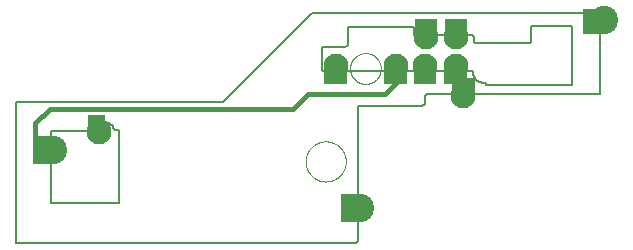
<source format=gbl>
G75*
%MOIN*%
%OFA0B0*%
%FSLAX25Y25*%
%IPPOS*%
%LPD*%
%AMOC8*
5,1,8,0,0,1.08239X$1,22.5*
%
%ADD10C,0.00500*%
%ADD11C,0.00000*%
%ADD12R,0.06298X0.06298*%
%ADD13R,0.05118X0.05118*%
%ADD14C,0.09449*%
%ADD15C,0.08268*%
%ADD16C,0.01600*%
D10*
X0042959Y0002747D02*
X0042959Y0049692D01*
X0112113Y0049692D01*
X0141821Y0079399D01*
X0237843Y0079399D01*
X0237843Y0052623D01*
X0180234Y0052623D01*
X0180178Y0052621D01*
X0180123Y0052615D01*
X0180068Y0052605D01*
X0180013Y0052591D01*
X0179960Y0052574D01*
X0179909Y0052552D01*
X0179859Y0052527D01*
X0179811Y0052499D01*
X0179765Y0052467D01*
X0179721Y0052432D01*
X0179680Y0052394D01*
X0179642Y0052353D01*
X0179607Y0052309D01*
X0179575Y0052263D01*
X0179547Y0052215D01*
X0179522Y0052165D01*
X0179500Y0052114D01*
X0179483Y0052061D01*
X0179469Y0052006D01*
X0179459Y0051951D01*
X0179453Y0051896D01*
X0179451Y0051840D01*
X0179451Y0049948D01*
X0179449Y0049878D01*
X0179443Y0049809D01*
X0179434Y0049739D01*
X0179421Y0049671D01*
X0179404Y0049603D01*
X0179383Y0049536D01*
X0179359Y0049471D01*
X0179332Y0049406D01*
X0179301Y0049344D01*
X0179266Y0049283D01*
X0179229Y0049224D01*
X0179188Y0049167D01*
X0179144Y0049113D01*
X0179098Y0049061D01*
X0179048Y0049011D01*
X0178996Y0048965D01*
X0178942Y0048921D01*
X0178885Y0048880D01*
X0178826Y0048843D01*
X0178765Y0048808D01*
X0178703Y0048777D01*
X0178638Y0048750D01*
X0178573Y0048726D01*
X0178506Y0048705D01*
X0178438Y0048688D01*
X0178370Y0048675D01*
X0178300Y0048666D01*
X0178231Y0048660D01*
X0178161Y0048658D01*
X0157132Y0048658D01*
X0157132Y0004322D01*
X0157130Y0004245D01*
X0157124Y0004168D01*
X0157115Y0004091D01*
X0157102Y0004015D01*
X0157085Y0003939D01*
X0157064Y0003865D01*
X0157040Y0003791D01*
X0157012Y0003719D01*
X0156981Y0003649D01*
X0156946Y0003580D01*
X0156908Y0003512D01*
X0156867Y0003447D01*
X0156822Y0003384D01*
X0156774Y0003323D01*
X0156724Y0003264D01*
X0156671Y0003208D01*
X0156615Y0003155D01*
X0156556Y0003105D01*
X0156495Y0003057D01*
X0156432Y0003012D01*
X0156367Y0002971D01*
X0156299Y0002933D01*
X0156230Y0002898D01*
X0156160Y0002867D01*
X0156088Y0002839D01*
X0156014Y0002815D01*
X0155940Y0002794D01*
X0155864Y0002777D01*
X0155788Y0002764D01*
X0155711Y0002755D01*
X0155634Y0002749D01*
X0155557Y0002747D01*
X0042959Y0002747D01*
X0054770Y0016330D02*
X0054770Y0040240D01*
X0067642Y0040240D01*
X0068062Y0040500D01*
X0068362Y0040959D01*
X0068661Y0041339D01*
X0068921Y0041599D01*
X0069221Y0041899D01*
X0069521Y0042098D01*
X0069902Y0042327D01*
X0070213Y0042506D01*
X0070642Y0042737D01*
X0070981Y0042908D01*
X0071280Y0043049D01*
X0071689Y0043178D01*
X0071999Y0043198D01*
X0072359Y0043178D01*
X0072619Y0043138D01*
X0072859Y0043078D01*
X0073198Y0042978D01*
X0073618Y0042818D01*
X0073938Y0042718D01*
X0074298Y0042538D01*
X0074638Y0042298D01*
X0074917Y0042038D01*
X0075217Y0041759D01*
X0075397Y0041479D01*
X0075517Y0041339D01*
X0075717Y0040999D01*
X0076029Y0040542D01*
X0077211Y0040542D01*
X0077211Y0016330D01*
X0054770Y0016330D01*
X0145604Y0060222D02*
X0194639Y0060222D01*
X0194642Y0060225D01*
X0194940Y0060224D01*
X0195191Y0060220D01*
X0195193Y0060094D01*
X0195199Y0059969D01*
X0195209Y0059843D01*
X0195223Y0059719D01*
X0195240Y0059594D01*
X0195262Y0059470D01*
X0195287Y0059347D01*
X0195317Y0059225D01*
X0195350Y0059104D01*
X0195387Y0058984D01*
X0195428Y0058865D01*
X0195472Y0058747D01*
X0195520Y0058631D01*
X0195572Y0058516D01*
X0195627Y0058404D01*
X0195686Y0058293D01*
X0195748Y0058183D01*
X0195814Y0058076D01*
X0195883Y0057971D01*
X0195955Y0057868D01*
X0196031Y0057768D01*
X0196109Y0057670D01*
X0196191Y0057574D01*
X0196275Y0057481D01*
X0196363Y0057391D01*
X0196453Y0057303D01*
X0196546Y0057219D01*
X0196642Y0057137D01*
X0196740Y0057059D01*
X0196840Y0056983D01*
X0196943Y0056911D01*
X0197048Y0056842D01*
X0197155Y0056776D01*
X0197265Y0056714D01*
X0197376Y0056655D01*
X0197488Y0056600D01*
X0197603Y0056548D01*
X0197719Y0056500D01*
X0197837Y0056456D01*
X0197956Y0056415D01*
X0198076Y0056378D01*
X0198197Y0056345D01*
X0198319Y0056315D01*
X0198442Y0056290D01*
X0198566Y0056268D01*
X0198691Y0056251D01*
X0198815Y0056237D01*
X0198941Y0056227D01*
X0199066Y0056221D01*
X0199192Y0056219D01*
X0199712Y0056219D01*
X0199712Y0055420D01*
X0227793Y0055420D01*
X0227845Y0055422D01*
X0227897Y0055428D01*
X0227948Y0055437D01*
X0227998Y0055451D01*
X0228047Y0055468D01*
X0228095Y0055489D01*
X0228141Y0055513D01*
X0228185Y0055541D01*
X0228226Y0055572D01*
X0228266Y0055606D01*
X0228302Y0055642D01*
X0228336Y0055682D01*
X0228367Y0055723D01*
X0228395Y0055768D01*
X0228419Y0055813D01*
X0228440Y0055861D01*
X0228457Y0055910D01*
X0228471Y0055960D01*
X0228480Y0056011D01*
X0228486Y0056063D01*
X0228488Y0056115D01*
X0228489Y0056115D02*
X0228489Y0075053D01*
X0228342Y0075053D01*
X0214668Y0075053D01*
X0214668Y0070491D01*
X0214666Y0070425D01*
X0214660Y0070360D01*
X0214651Y0070295D01*
X0214638Y0070231D01*
X0214621Y0070168D01*
X0214600Y0070106D01*
X0214576Y0070045D01*
X0214548Y0069985D01*
X0214517Y0069928D01*
X0214483Y0069872D01*
X0214445Y0069818D01*
X0214404Y0069767D01*
X0214361Y0069718D01*
X0214314Y0069671D01*
X0214265Y0069628D01*
X0214214Y0069587D01*
X0214160Y0069549D01*
X0214105Y0069515D01*
X0214047Y0069484D01*
X0213987Y0069456D01*
X0213926Y0069432D01*
X0213864Y0069411D01*
X0213801Y0069394D01*
X0213737Y0069381D01*
X0213672Y0069372D01*
X0213607Y0069366D01*
X0213541Y0069364D01*
X0196794Y0069364D01*
X0196731Y0069366D01*
X0196669Y0069371D01*
X0196607Y0069380D01*
X0196546Y0069393D01*
X0196485Y0069409D01*
X0196426Y0069429D01*
X0196367Y0069452D01*
X0196311Y0069479D01*
X0196256Y0069508D01*
X0196202Y0069541D01*
X0196151Y0069577D01*
X0196102Y0069616D01*
X0196055Y0069658D01*
X0196011Y0069702D01*
X0195969Y0069749D01*
X0195930Y0069798D01*
X0195894Y0069849D01*
X0195861Y0069903D01*
X0195832Y0069958D01*
X0195805Y0070014D01*
X0195782Y0070073D01*
X0195762Y0070132D01*
X0195746Y0070193D01*
X0195733Y0070254D01*
X0195724Y0070316D01*
X0195719Y0070378D01*
X0195717Y0070441D01*
X0195717Y0071468D01*
X0195715Y0071522D01*
X0195709Y0071577D01*
X0195700Y0071630D01*
X0195686Y0071683D01*
X0195669Y0071735D01*
X0195648Y0071785D01*
X0195624Y0071834D01*
X0195596Y0071881D01*
X0195565Y0071925D01*
X0195531Y0071968D01*
X0195494Y0072008D01*
X0195454Y0072045D01*
X0195411Y0072079D01*
X0195367Y0072110D01*
X0195320Y0072138D01*
X0195271Y0072162D01*
X0195221Y0072183D01*
X0195169Y0072200D01*
X0195116Y0072214D01*
X0195063Y0072223D01*
X0195008Y0072229D01*
X0194954Y0072231D01*
X0175727Y0072231D01*
X0175727Y0074918D01*
X0153779Y0074918D01*
X0153779Y0069576D01*
X0153777Y0069506D01*
X0153771Y0069436D01*
X0153762Y0069366D01*
X0153749Y0069298D01*
X0153732Y0069230D01*
X0153711Y0069163D01*
X0153687Y0069097D01*
X0153659Y0069032D01*
X0153628Y0068969D01*
X0153594Y0068908D01*
X0153556Y0068849D01*
X0153515Y0068792D01*
X0153471Y0068738D01*
X0153424Y0068685D01*
X0153375Y0068636D01*
X0153322Y0068589D01*
X0153268Y0068545D01*
X0153211Y0068504D01*
X0153152Y0068466D01*
X0153091Y0068432D01*
X0153028Y0068401D01*
X0152963Y0068373D01*
X0152897Y0068349D01*
X0152830Y0068328D01*
X0152762Y0068311D01*
X0152694Y0068298D01*
X0152624Y0068289D01*
X0152554Y0068283D01*
X0152484Y0068281D01*
X0144856Y0068281D01*
X0144856Y0060971D01*
X0144858Y0060918D01*
X0144864Y0060865D01*
X0144873Y0060812D01*
X0144886Y0060760D01*
X0144903Y0060710D01*
X0144924Y0060660D01*
X0144947Y0060613D01*
X0144975Y0060567D01*
X0145005Y0060523D01*
X0145039Y0060481D01*
X0145075Y0060442D01*
X0145114Y0060406D01*
X0145156Y0060372D01*
X0145200Y0060342D01*
X0145246Y0060314D01*
X0145293Y0060291D01*
X0145343Y0060270D01*
X0145393Y0060253D01*
X0145445Y0060240D01*
X0145498Y0060231D01*
X0145551Y0060225D01*
X0145604Y0060223D01*
D11*
X0154387Y0060986D02*
X0154389Y0061129D01*
X0154395Y0061272D01*
X0154405Y0061414D01*
X0154419Y0061556D01*
X0154437Y0061698D01*
X0154459Y0061840D01*
X0154484Y0061980D01*
X0154514Y0062120D01*
X0154548Y0062259D01*
X0154585Y0062397D01*
X0154627Y0062534D01*
X0154672Y0062669D01*
X0154721Y0062803D01*
X0154773Y0062936D01*
X0154829Y0063068D01*
X0154889Y0063197D01*
X0154953Y0063325D01*
X0155020Y0063452D01*
X0155091Y0063576D01*
X0155165Y0063698D01*
X0155242Y0063818D01*
X0155323Y0063936D01*
X0155407Y0064052D01*
X0155494Y0064165D01*
X0155584Y0064276D01*
X0155678Y0064384D01*
X0155774Y0064490D01*
X0155873Y0064592D01*
X0155976Y0064692D01*
X0156080Y0064789D01*
X0156188Y0064884D01*
X0156298Y0064975D01*
X0156411Y0065063D01*
X0156526Y0065147D01*
X0156643Y0065229D01*
X0156763Y0065307D01*
X0156884Y0065382D01*
X0157008Y0065454D01*
X0157134Y0065522D01*
X0157261Y0065586D01*
X0157391Y0065647D01*
X0157522Y0065704D01*
X0157654Y0065758D01*
X0157788Y0065807D01*
X0157923Y0065854D01*
X0158060Y0065896D01*
X0158198Y0065934D01*
X0158336Y0065969D01*
X0158476Y0065999D01*
X0158616Y0066026D01*
X0158757Y0066049D01*
X0158899Y0066068D01*
X0159041Y0066083D01*
X0159184Y0066094D01*
X0159326Y0066101D01*
X0159469Y0066104D01*
X0159612Y0066103D01*
X0159755Y0066098D01*
X0159898Y0066089D01*
X0160040Y0066076D01*
X0160182Y0066059D01*
X0160323Y0066038D01*
X0160464Y0066013D01*
X0160604Y0065985D01*
X0160743Y0065952D01*
X0160881Y0065915D01*
X0161018Y0065875D01*
X0161154Y0065831D01*
X0161289Y0065783D01*
X0161422Y0065731D01*
X0161554Y0065676D01*
X0161684Y0065617D01*
X0161813Y0065554D01*
X0161939Y0065488D01*
X0162064Y0065418D01*
X0162187Y0065345D01*
X0162307Y0065269D01*
X0162426Y0065189D01*
X0162542Y0065105D01*
X0162656Y0065019D01*
X0162767Y0064929D01*
X0162876Y0064837D01*
X0162982Y0064741D01*
X0163086Y0064643D01*
X0163187Y0064541D01*
X0163284Y0064437D01*
X0163379Y0064330D01*
X0163471Y0064221D01*
X0163560Y0064109D01*
X0163646Y0063994D01*
X0163728Y0063878D01*
X0163807Y0063758D01*
X0163883Y0063637D01*
X0163955Y0063514D01*
X0164024Y0063389D01*
X0164089Y0063262D01*
X0164151Y0063133D01*
X0164209Y0063002D01*
X0164264Y0062870D01*
X0164314Y0062736D01*
X0164361Y0062601D01*
X0164405Y0062465D01*
X0164444Y0062328D01*
X0164479Y0062189D01*
X0164511Y0062050D01*
X0164539Y0061910D01*
X0164563Y0061769D01*
X0164583Y0061627D01*
X0164599Y0061485D01*
X0164611Y0061343D01*
X0164619Y0061200D01*
X0164623Y0061057D01*
X0164623Y0060915D01*
X0164619Y0060772D01*
X0164611Y0060629D01*
X0164599Y0060487D01*
X0164583Y0060345D01*
X0164563Y0060203D01*
X0164539Y0060062D01*
X0164511Y0059922D01*
X0164479Y0059783D01*
X0164444Y0059644D01*
X0164405Y0059507D01*
X0164361Y0059371D01*
X0164314Y0059236D01*
X0164264Y0059102D01*
X0164209Y0058970D01*
X0164151Y0058839D01*
X0164089Y0058710D01*
X0164024Y0058583D01*
X0163955Y0058458D01*
X0163883Y0058335D01*
X0163807Y0058214D01*
X0163728Y0058094D01*
X0163646Y0057978D01*
X0163560Y0057863D01*
X0163471Y0057751D01*
X0163379Y0057642D01*
X0163284Y0057535D01*
X0163187Y0057431D01*
X0163086Y0057329D01*
X0162982Y0057231D01*
X0162876Y0057135D01*
X0162767Y0057043D01*
X0162656Y0056953D01*
X0162542Y0056867D01*
X0162426Y0056783D01*
X0162307Y0056703D01*
X0162187Y0056627D01*
X0162064Y0056554D01*
X0161939Y0056484D01*
X0161813Y0056418D01*
X0161684Y0056355D01*
X0161554Y0056296D01*
X0161422Y0056241D01*
X0161289Y0056189D01*
X0161154Y0056141D01*
X0161018Y0056097D01*
X0160881Y0056057D01*
X0160743Y0056020D01*
X0160604Y0055987D01*
X0160464Y0055959D01*
X0160323Y0055934D01*
X0160182Y0055913D01*
X0160040Y0055896D01*
X0159898Y0055883D01*
X0159755Y0055874D01*
X0159612Y0055869D01*
X0159469Y0055868D01*
X0159326Y0055871D01*
X0159184Y0055878D01*
X0159041Y0055889D01*
X0158899Y0055904D01*
X0158757Y0055923D01*
X0158616Y0055946D01*
X0158476Y0055973D01*
X0158336Y0056003D01*
X0158198Y0056038D01*
X0158060Y0056076D01*
X0157923Y0056118D01*
X0157788Y0056165D01*
X0157654Y0056214D01*
X0157522Y0056268D01*
X0157391Y0056325D01*
X0157261Y0056386D01*
X0157134Y0056450D01*
X0157008Y0056518D01*
X0156884Y0056590D01*
X0156763Y0056665D01*
X0156643Y0056743D01*
X0156526Y0056825D01*
X0156411Y0056909D01*
X0156298Y0056997D01*
X0156188Y0057088D01*
X0156080Y0057183D01*
X0155976Y0057280D01*
X0155873Y0057380D01*
X0155774Y0057482D01*
X0155678Y0057588D01*
X0155584Y0057696D01*
X0155494Y0057807D01*
X0155407Y0057920D01*
X0155323Y0058036D01*
X0155242Y0058154D01*
X0155165Y0058274D01*
X0155091Y0058396D01*
X0155020Y0058520D01*
X0154953Y0058647D01*
X0154889Y0058775D01*
X0154829Y0058904D01*
X0154773Y0059036D01*
X0154721Y0059169D01*
X0154672Y0059303D01*
X0154627Y0059438D01*
X0154585Y0059575D01*
X0154548Y0059713D01*
X0154514Y0059852D01*
X0154484Y0059992D01*
X0154459Y0060132D01*
X0154437Y0060274D01*
X0154419Y0060416D01*
X0154405Y0060558D01*
X0154395Y0060700D01*
X0154389Y0060843D01*
X0154387Y0060986D01*
X0139560Y0030027D02*
X0139562Y0030191D01*
X0139568Y0030355D01*
X0139578Y0030519D01*
X0139592Y0030683D01*
X0139610Y0030846D01*
X0139632Y0031009D01*
X0139659Y0031171D01*
X0139689Y0031333D01*
X0139723Y0031493D01*
X0139761Y0031653D01*
X0139802Y0031812D01*
X0139848Y0031970D01*
X0139898Y0032126D01*
X0139951Y0032282D01*
X0140008Y0032436D01*
X0140069Y0032588D01*
X0140134Y0032739D01*
X0140203Y0032889D01*
X0140275Y0033036D01*
X0140350Y0033182D01*
X0140430Y0033326D01*
X0140512Y0033468D01*
X0140598Y0033608D01*
X0140688Y0033745D01*
X0140781Y0033881D01*
X0140877Y0034014D01*
X0140977Y0034145D01*
X0141079Y0034273D01*
X0141185Y0034399D01*
X0141294Y0034522D01*
X0141406Y0034642D01*
X0141520Y0034760D01*
X0141638Y0034874D01*
X0141758Y0034986D01*
X0141881Y0035095D01*
X0142007Y0035201D01*
X0142135Y0035303D01*
X0142266Y0035403D01*
X0142399Y0035499D01*
X0142535Y0035592D01*
X0142672Y0035682D01*
X0142812Y0035768D01*
X0142954Y0035850D01*
X0143098Y0035930D01*
X0143244Y0036005D01*
X0143391Y0036077D01*
X0143541Y0036146D01*
X0143692Y0036211D01*
X0143844Y0036272D01*
X0143998Y0036329D01*
X0144154Y0036382D01*
X0144310Y0036432D01*
X0144468Y0036478D01*
X0144627Y0036519D01*
X0144787Y0036557D01*
X0144947Y0036591D01*
X0145109Y0036621D01*
X0145271Y0036648D01*
X0145434Y0036670D01*
X0145597Y0036688D01*
X0145761Y0036702D01*
X0145925Y0036712D01*
X0146089Y0036718D01*
X0146253Y0036720D01*
X0146417Y0036718D01*
X0146581Y0036712D01*
X0146745Y0036702D01*
X0146909Y0036688D01*
X0147072Y0036670D01*
X0147235Y0036648D01*
X0147397Y0036621D01*
X0147559Y0036591D01*
X0147719Y0036557D01*
X0147879Y0036519D01*
X0148038Y0036478D01*
X0148196Y0036432D01*
X0148352Y0036382D01*
X0148508Y0036329D01*
X0148662Y0036272D01*
X0148814Y0036211D01*
X0148965Y0036146D01*
X0149115Y0036077D01*
X0149262Y0036005D01*
X0149408Y0035930D01*
X0149552Y0035850D01*
X0149694Y0035768D01*
X0149834Y0035682D01*
X0149971Y0035592D01*
X0150107Y0035499D01*
X0150240Y0035403D01*
X0150371Y0035303D01*
X0150499Y0035201D01*
X0150625Y0035095D01*
X0150748Y0034986D01*
X0150868Y0034874D01*
X0150986Y0034760D01*
X0151100Y0034642D01*
X0151212Y0034522D01*
X0151321Y0034399D01*
X0151427Y0034273D01*
X0151529Y0034145D01*
X0151629Y0034014D01*
X0151725Y0033881D01*
X0151818Y0033745D01*
X0151908Y0033608D01*
X0151994Y0033468D01*
X0152076Y0033326D01*
X0152156Y0033182D01*
X0152231Y0033036D01*
X0152303Y0032889D01*
X0152372Y0032739D01*
X0152437Y0032588D01*
X0152498Y0032436D01*
X0152555Y0032282D01*
X0152608Y0032126D01*
X0152658Y0031970D01*
X0152704Y0031812D01*
X0152745Y0031653D01*
X0152783Y0031493D01*
X0152817Y0031333D01*
X0152847Y0031171D01*
X0152874Y0031009D01*
X0152896Y0030846D01*
X0152914Y0030683D01*
X0152928Y0030519D01*
X0152938Y0030355D01*
X0152944Y0030191D01*
X0152946Y0030027D01*
X0152944Y0029863D01*
X0152938Y0029699D01*
X0152928Y0029535D01*
X0152914Y0029371D01*
X0152896Y0029208D01*
X0152874Y0029045D01*
X0152847Y0028883D01*
X0152817Y0028721D01*
X0152783Y0028561D01*
X0152745Y0028401D01*
X0152704Y0028242D01*
X0152658Y0028084D01*
X0152608Y0027928D01*
X0152555Y0027772D01*
X0152498Y0027618D01*
X0152437Y0027466D01*
X0152372Y0027315D01*
X0152303Y0027165D01*
X0152231Y0027018D01*
X0152156Y0026872D01*
X0152076Y0026728D01*
X0151994Y0026586D01*
X0151908Y0026446D01*
X0151818Y0026309D01*
X0151725Y0026173D01*
X0151629Y0026040D01*
X0151529Y0025909D01*
X0151427Y0025781D01*
X0151321Y0025655D01*
X0151212Y0025532D01*
X0151100Y0025412D01*
X0150986Y0025294D01*
X0150868Y0025180D01*
X0150748Y0025068D01*
X0150625Y0024959D01*
X0150499Y0024853D01*
X0150371Y0024751D01*
X0150240Y0024651D01*
X0150107Y0024555D01*
X0149971Y0024462D01*
X0149834Y0024372D01*
X0149694Y0024286D01*
X0149552Y0024204D01*
X0149408Y0024124D01*
X0149262Y0024049D01*
X0149115Y0023977D01*
X0148965Y0023908D01*
X0148814Y0023843D01*
X0148662Y0023782D01*
X0148508Y0023725D01*
X0148352Y0023672D01*
X0148196Y0023622D01*
X0148038Y0023576D01*
X0147879Y0023535D01*
X0147719Y0023497D01*
X0147559Y0023463D01*
X0147397Y0023433D01*
X0147235Y0023406D01*
X0147072Y0023384D01*
X0146909Y0023366D01*
X0146745Y0023352D01*
X0146581Y0023342D01*
X0146417Y0023336D01*
X0146253Y0023334D01*
X0146089Y0023336D01*
X0145925Y0023342D01*
X0145761Y0023352D01*
X0145597Y0023366D01*
X0145434Y0023384D01*
X0145271Y0023406D01*
X0145109Y0023433D01*
X0144947Y0023463D01*
X0144787Y0023497D01*
X0144627Y0023535D01*
X0144468Y0023576D01*
X0144310Y0023622D01*
X0144154Y0023672D01*
X0143998Y0023725D01*
X0143844Y0023782D01*
X0143692Y0023843D01*
X0143541Y0023908D01*
X0143391Y0023977D01*
X0143244Y0024049D01*
X0143098Y0024124D01*
X0142954Y0024204D01*
X0142812Y0024286D01*
X0142672Y0024372D01*
X0142535Y0024462D01*
X0142399Y0024555D01*
X0142266Y0024651D01*
X0142135Y0024751D01*
X0142007Y0024853D01*
X0141881Y0024959D01*
X0141758Y0025068D01*
X0141638Y0025180D01*
X0141520Y0025294D01*
X0141406Y0025412D01*
X0141294Y0025532D01*
X0141185Y0025655D01*
X0141079Y0025781D01*
X0140977Y0025909D01*
X0140877Y0026040D01*
X0140781Y0026173D01*
X0140688Y0026309D01*
X0140598Y0026446D01*
X0140512Y0026586D01*
X0140430Y0026728D01*
X0140350Y0026872D01*
X0140275Y0027018D01*
X0140203Y0027165D01*
X0140134Y0027315D01*
X0140069Y0027466D01*
X0140008Y0027618D01*
X0139951Y0027772D01*
X0139898Y0027928D01*
X0139848Y0028084D01*
X0139802Y0028242D01*
X0139761Y0028401D01*
X0139723Y0028561D01*
X0139689Y0028721D01*
X0139659Y0028883D01*
X0139632Y0029045D01*
X0139610Y0029208D01*
X0139592Y0029371D01*
X0139578Y0029535D01*
X0139568Y0029699D01*
X0139562Y0029863D01*
X0139560Y0030027D01*
D12*
X0154365Y0016180D03*
X0154365Y0013001D03*
X0191431Y0054781D03*
X0192891Y0054781D03*
X0190287Y0058992D03*
X0188827Y0058992D03*
X0180178Y0058990D03*
X0178718Y0058990D03*
X0170274Y0058992D03*
X0168814Y0058992D03*
X0150197Y0058991D03*
X0148737Y0058991D03*
X0178954Y0074517D03*
X0180414Y0074517D03*
X0188995Y0074517D03*
X0190455Y0074517D03*
X0235100Y0075618D03*
X0235100Y0077730D03*
X0051800Y0035408D03*
X0051800Y0032263D03*
D13*
X0069200Y0043020D03*
X0070481Y0043020D03*
D14*
X0055362Y0033832D03*
X0157679Y0014577D03*
X0238877Y0077213D03*
D15*
X0189656Y0071435D03*
X0179616Y0071435D03*
X0179517Y0061816D03*
X0169613Y0061816D03*
X0189625Y0061816D03*
X0192092Y0051955D03*
X0149534Y0061816D03*
X0070741Y0039818D03*
D16*
X0054254Y0047507D02*
X0135357Y0047507D01*
X0140388Y0052539D01*
X0165979Y0052539D01*
X0169730Y0056290D01*
X0169730Y0058653D01*
X0054254Y0047507D02*
X0049490Y0042743D01*
X0049490Y0034139D01*
M02*

</source>
